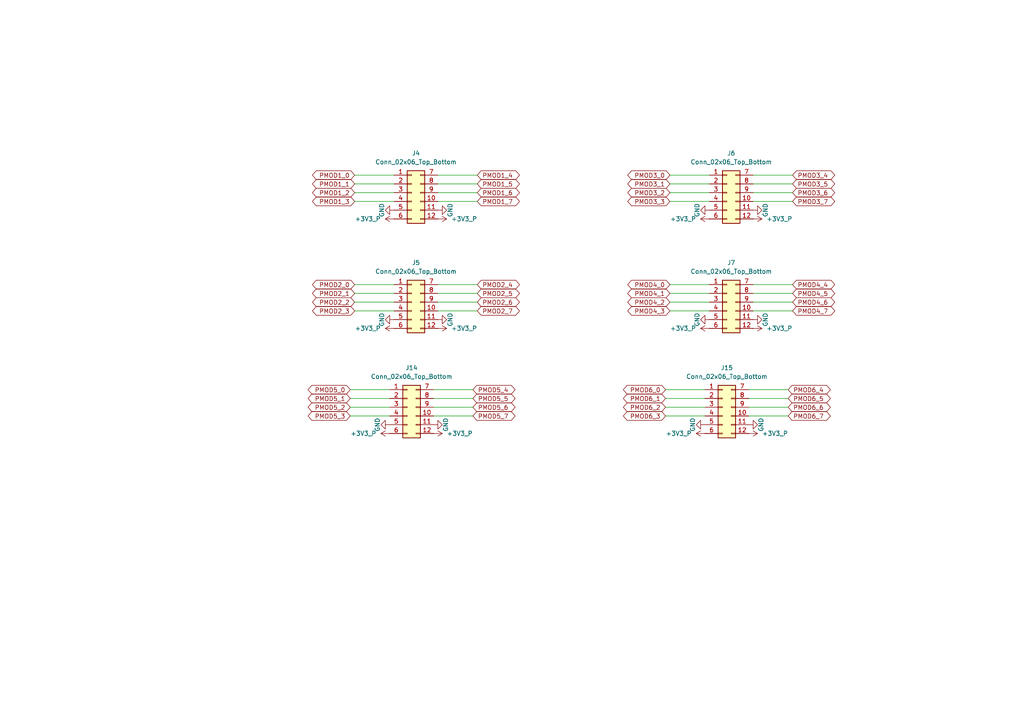
<source format=kicad_sch>
(kicad_sch (version 20250114) (generator "eeschema") (generator_version "9.0")
  (paper "A4")
  (title_block (date "2025-04-18") (rev "${rev}") (company "${name}") (comment 1 "${author}"))
  (lib_symbols
    (symbol "Connector_Generic:Conn_02x06_Top_Bottom" (pin_names (offset 1.016) (hide yes))
      (property "Reference" "J" (at 1.27 7.62 0))
      (property "Value" "Conn_02x06_Top_Bottom" (at 1.27 -10.16 0))
      (symbol "Conn_02x06_Top_Bottom_1_1"
        (rectangle (start -1.27 6.35) (end 3.81 -8.89) (stroke (width 0.254)) (fill (type background)))
        (rectangle (start -1.27 5.207) (end 0 4.953) (stroke (width 0.1524)))
        (rectangle (start -1.27 2.667) (end 0 2.413) (stroke (width 0.1524)))
        (rectangle (start -1.27 0.127) (end 0 -0.127) (stroke (width 0.1524)))
        (rectangle (start -1.27 -2.413) (end 0 -2.667) (stroke (width 0.1524)))
        (rectangle (start -1.27 -4.953) (end 0 -5.207) (stroke (width 0.1524)))
        (rectangle (start -1.27 -7.493) (end 0 -7.747) (stroke (width 0.1524)))
        (rectangle (start 3.81 5.207) (end 2.54 4.953) (stroke (width 0.1524)))
        (rectangle (start 3.81 2.667) (end 2.54 2.413) (stroke (width 0.1524)))
        (rectangle (start 3.81 0.127) (end 2.54 -0.127) (stroke (width 0.1524)))
        (rectangle (start 3.81 -2.413) (end 2.54 -2.667) (stroke (width 0.1524)))
        (rectangle (start 3.81 -4.953) (end 2.54 -5.207) (stroke (width 0.1524)))
        (rectangle (start 3.81 -7.493) (end 2.54 -7.747) (stroke (width 0.1524)))
        (pin passive line (at -5.08 5.08 0) (length 3.81) (name "Pin_1") (number "1"))
        (pin passive line (at -5.08 2.54 0) (length 3.81) (name "Pin_2") (number "2"))
        (pin passive line (at -5.08 0 0) (length 3.81) (name "Pin_3") (number "3"))
        (pin passive line (at -5.08 -2.54 0) (length 3.81) (name "Pin_4") (number "4"))
        (pin passive line (at -5.08 -5.08 0) (length 3.81) (name "Pin_5") (number "5"))
        (pin passive line (at -5.08 -7.62 0) (length 3.81) (name "Pin_6") (number "6"))
        (pin passive line (at 7.62 5.08 180) (length 3.81) (name "Pin_7") (number "7"))
        (pin passive line (at 7.62 2.54 180) (length 3.81) (name "Pin_8") (number "8"))
        (pin passive line (at 7.62 0 180) (length 3.81) (name "Pin_9") (number "9"))
        (pin passive line (at 7.62 -2.54 180) (length 3.81) (name "Pin_10") (number "10"))
        (pin passive line (at 7.62 -5.08 180) (length 3.81) (name "Pin_11") (number "11"))
        (pin passive line (at 7.62 -7.62 180) (length 3.81) (name "Pin_12") (number "12"))
      )
    )
    (symbol "power:+1V0" (power) (pin_numbers (hide yes)) (pin_names (offset 0) (hide yes))
      (property "Value" "+1V0" (at 0 3.556 0))
      (symbol "+1V0_0_1"
        (polyline (pts (xy -0.762 1.27) (xy 0 2.54)))
        (polyline (pts (xy 0 2.54) (xy 0.762 1.27)))
        (polyline (pts (xy 0 0) (xy 0 2.54)))
      )
      (symbol "+1V0_1_1"
        (pin power_in line (at 0 0 90) (length 0) (name "~") (number "1"))
      )
    )
    (symbol "power:GND" (power) (pin_numbers (hide yes)) (pin_names (offset 0) (hide yes))
      (property "Value" "GND" (at 0 -3.81 0))
      (symbol "GND_0_1"
        (polyline (pts (xy 0 0) (xy 0 -1.27) (xy 1.27 -1.27) (xy 0 -2.54) (xy -1.27 -1.27) (xy 0 -1.27)))
      )
      (symbol "GND_1_1"
        (pin power_in line (at 0 0 270) (length 0) (name "~") (number "1"))
      )
    )
  )
  (wire (pts (xy 217.17 118.11) (xy 228.6 118.11)))
  (wire (pts (xy 102.87 53.34) (xy 114.3 53.34)))
  (wire (pts (xy 102.87 82.55) (xy 114.3 82.55)))
  (wire (pts (xy 194.31 90.17) (xy 205.74 90.17)))
  (wire (pts (xy 218.44 85.09) (xy 229.87 85.09)))
  (wire (pts (xy 127 90.17) (xy 138.43 90.17)))
  (wire (pts (xy 101.6 120.65) (xy 113.03 120.65)))
  (wire (pts (xy 127 50.8) (xy 138.43 50.8)))
  (wire (pts (xy 218.44 58.42) (xy 229.87 58.42)))
  (wire (pts (xy 125.73 120.65) (xy 137.16 120.65)))
  (wire (pts (xy 102.87 90.17) (xy 114.3 90.17)))
  (wire (pts (xy 127 58.42) (xy 138.43 58.42)))
  (wire (pts (xy 102.87 85.09) (xy 114.3 85.09)))
  (wire (pts (xy 101.6 113.03) (xy 113.03 113.03)))
  (wire (pts (xy 125.73 113.03) (xy 137.16 113.03)))
  (wire (pts (xy 193.04 118.11) (xy 204.47 118.11)))
  (wire (pts (xy 193.04 115.57) (xy 204.47 115.57)))
  (wire (pts (xy 194.31 50.8) (xy 205.74 50.8)))
  (wire (pts (xy 127 53.34) (xy 138.43 53.34)))
  (wire (pts (xy 217.17 113.03) (xy 228.6 113.03)))
  (wire (pts (xy 127 55.88) (xy 138.43 55.88)))
  (wire (pts (xy 125.73 118.11) (xy 137.16 118.11)))
  (wire (pts (xy 218.44 87.63) (xy 229.87 87.63)))
  (wire (pts (xy 194.31 58.42) (xy 205.74 58.42)))
  (wire (pts (xy 194.31 85.09) (xy 205.74 85.09)))
  (wire (pts (xy 127 87.63) (xy 138.43 87.63)))
  (wire (pts (xy 194.31 82.55) (xy 205.74 82.55)))
  (wire (pts (xy 102.87 50.8) (xy 114.3 50.8)))
  (wire (pts (xy 217.17 120.65) (xy 228.6 120.65)))
  (wire (pts (xy 194.31 87.63) (xy 205.74 87.63)))
  (wire (pts (xy 125.73 115.57) (xy 137.16 115.57)))
  (wire (pts (xy 101.6 115.57) (xy 113.03 115.57)))
  (wire (pts (xy 102.87 87.63) (xy 114.3 87.63)))
  (wire (pts (xy 193.04 120.65) (xy 204.47 120.65)))
  (wire (pts (xy 127 85.09) (xy 138.43 85.09)))
  (wire (pts (xy 218.44 55.88) (xy 229.87 55.88)))
  (wire (pts (xy 194.31 55.88) (xy 205.74 55.88)))
  (wire (pts (xy 193.04 113.03) (xy 204.47 113.03)))
  (wire (pts (xy 218.44 90.17) (xy 229.87 90.17)))
  (wire (pts (xy 102.87 58.42) (xy 114.3 58.42)))
  (wire (pts (xy 218.44 53.34) (xy 229.87 53.34)))
  (wire (pts (xy 218.44 82.55) (xy 229.87 82.55)))
  (wire (pts (xy 101.6 118.11) (xy 113.03 118.11)))
  (wire (pts (xy 127 82.55) (xy 138.43 82.55)))
  (wire (pts (xy 194.31 53.34) (xy 205.74 53.34)))
  (wire (pts (xy 217.17 115.57) (xy 228.6 115.57)))
  (wire (pts (xy 218.44 50.8) (xy 229.87 50.8)))
  (wire (pts (xy 102.87 55.88) (xy 114.3 55.88)))
  (global_label "PMOD2_4" (shape bidirectional) (at 138.43 82.55 0) (property "Intersheetrefs" "${INTERSHEET_REFS}" (effects (hide yes))))
  (global_label "PMOD5_5" (shape bidirectional) (at 137.16 115.57 0) (property "Intersheetrefs" "${INTERSHEET_REFS}" (effects (hide yes))))
  (global_label "PMOD6_3" (shape bidirectional) (at 193.04 120.65 180) (property "Intersheetrefs" "${INTERSHEET_REFS}" (effects (hide yes))))
  (global_label "PMOD4_0" (shape bidirectional) (at 194.31 82.55 180) (property "Intersheetrefs" "${INTERSHEET_REFS}" (effects (hide yes))))
  (global_label "PMOD5_3" (shape bidirectional) (at 101.6 120.65 180) (property "Intersheetrefs" "${INTERSHEET_REFS}" (effects (hide yes))))
  (global_label "PMOD5_0" (shape bidirectional) (at 101.6 113.03 180) (property "Intersheetrefs" "${INTERSHEET_REFS}" (effects (hide yes))))
  (global_label "PMOD6_7" (shape bidirectional) (at 228.6 120.65 0) (property "Intersheetrefs" "${INTERSHEET_REFS}" (effects (hide yes))))
  (global_label "PMOD5_7" (shape bidirectional) (at 137.16 120.65 0) (property "Intersheetrefs" "${INTERSHEET_REFS}" (effects (hide yes))))
  (global_label "PMOD2_0" (shape bidirectional) (at 102.87 82.55 180) (property "Intersheetrefs" "${INTERSHEET_REFS}" (effects (hide yes))))
  (global_label "PMOD1_5" (shape bidirectional) (at 138.43 53.34 0) (property "Intersheetrefs" "${INTERSHEET_REFS}" (effects (hide yes))))
  (global_label "PMOD6_4" (shape bidirectional) (at 228.6 113.03 0) (property "Intersheetrefs" "${INTERSHEET_REFS}" (effects (hide yes))))
  (global_label "PMOD4_5" (shape bidirectional) (at 229.87 85.09 0) (property "Intersheetrefs" "${INTERSHEET_REFS}" (effects (hide yes))))
  (global_label "PMOD1_1" (shape bidirectional) (at 102.87 53.34 180) (property "Intersheetrefs" "${INTERSHEET_REFS}" (effects (hide yes))))
  (global_label "PMOD6_6" (shape bidirectional) (at 228.6 118.11 0) (property "Intersheetrefs" "${INTERSHEET_REFS}" (effects (hide yes))))
  (global_label "PMOD6_2" (shape bidirectional) (at 193.04 118.11 180) (property "Intersheetrefs" "${INTERSHEET_REFS}" (effects (hide yes))))
  (global_label "PMOD2_6" (shape bidirectional) (at 138.43 87.63 0) (property "Intersheetrefs" "${INTERSHEET_REFS}" (effects (hide yes))))
  (global_label "PMOD2_7" (shape bidirectional) (at 138.43 90.17 0) (property "Intersheetrefs" "${INTERSHEET_REFS}" (effects (hide yes))))
  (global_label "PMOD4_6" (shape bidirectional) (at 229.87 87.63 0) (property "Intersheetrefs" "${INTERSHEET_REFS}" (effects (hide yes))))
  (global_label "PMOD1_7" (shape bidirectional) (at 138.43 58.42 0) (property "Intersheetrefs" "${INTERSHEET_REFS}" (effects (hide yes))))
  (global_label "PMOD6_5" (shape bidirectional) (at 228.6 115.57 0) (property "Intersheetrefs" "${INTERSHEET_REFS}" (effects (hide yes))))
  (global_label "PMOD2_3" (shape bidirectional) (at 102.87 90.17 180) (property "Intersheetrefs" "${INTERSHEET_REFS}" (effects (hide yes))))
  (global_label "PMOD3_4" (shape bidirectional) (at 229.87 50.8 0) (property "Intersheetrefs" "${INTERSHEET_REFS}" (effects (hide yes))))
  (global_label "PMOD3_7" (shape bidirectional) (at 229.87 58.42 0) (property "Intersheetrefs" "${INTERSHEET_REFS}" (effects (hide yes))))
  (global_label "PMOD1_3" (shape bidirectional) (at 102.87 58.42 180) (property "Intersheetrefs" "${INTERSHEET_REFS}" (effects (hide yes))))
  (global_label "PMOD3_5" (shape bidirectional) (at 229.87 53.34 0) (property "Intersheetrefs" "${INTERSHEET_REFS}" (effects (hide yes))))
  (global_label "PMOD2_2" (shape bidirectional) (at 102.87 87.63 180) (property "Intersheetrefs" "${INTERSHEET_REFS}" (effects (hide yes))))
  (global_label "PMOD2_5" (shape bidirectional) (at 138.43 85.09 0) (property "Intersheetrefs" "${INTERSHEET_REFS}" (effects (hide yes))))
  (global_label "PMOD1_6" (shape bidirectional) (at 138.43 55.88 0) (property "Intersheetrefs" "${INTERSHEET_REFS}" (effects (hide yes))))
  (global_label "PMOD4_7" (shape bidirectional) (at 229.87 90.17 0) (property "Intersheetrefs" "${INTERSHEET_REFS}" (effects (hide yes))))
  (global_label "PMOD5_4" (shape bidirectional) (at 137.16 113.03 0) (property "Intersheetrefs" "${INTERSHEET_REFS}" (effects (hide yes))))
  (global_label "PMOD5_1" (shape bidirectional) (at 101.6 115.57 180) (property "Intersheetrefs" "${INTERSHEET_REFS}" (effects (hide yes))))
  (global_label "PMOD1_0" (shape bidirectional) (at 102.87 50.8 180) (property "Intersheetrefs" "${INTERSHEET_REFS}" (effects (hide yes))))
  (global_label "PMOD4_4" (shape bidirectional) (at 229.87 82.55 0) (property "Intersheetrefs" "${INTERSHEET_REFS}" (effects (hide yes))))
  (global_label "PMOD1_4" (shape bidirectional) (at 138.43 50.8 0) (property "Intersheetrefs" "${INTERSHEET_REFS}" (effects (hide yes))))
  (global_label "PMOD3_1" (shape bidirectional) (at 194.31 53.34 180) (property "Intersheetrefs" "${INTERSHEET_REFS}" (effects (hide yes))))
  (global_label "PMOD5_6" (shape bidirectional) (at 137.16 118.11 0) (property "Intersheetrefs" "${INTERSHEET_REFS}" (effects (hide yes))))
  (global_label "PMOD4_1" (shape bidirectional) (at 194.31 85.09 180) (property "Intersheetrefs" "${INTERSHEET_REFS}" (effects (hide yes))))
  (global_label "PMOD3_3" (shape bidirectional) (at 194.31 58.42 180) (property "Intersheetrefs" "${INTERSHEET_REFS}" (effects (hide yes))))
  (global_label "PMOD6_1" (shape bidirectional) (at 193.04 115.57 180) (property "Intersheetrefs" "${INTERSHEET_REFS}" (effects (hide yes))))
  (global_label "PMOD6_0" (shape bidirectional) (at 193.04 113.03 180) (property "Intersheetrefs" "${INTERSHEET_REFS}" (effects (hide yes))))
  (global_label "PMOD3_6" (shape bidirectional) (at 229.87 55.88 0) (property "Intersheetrefs" "${INTERSHEET_REFS}" (effects (hide yes))))
  (global_label "PMOD3_2" (shape bidirectional) (at 194.31 55.88 180) (property "Intersheetrefs" "${INTERSHEET_REFS}" (effects (hide yes))))
  (global_label "PMOD3_0" (shape bidirectional) (at 194.31 50.8 180) (property "Intersheetrefs" "${INTERSHEET_REFS}" (effects (hide yes))))
  (global_label "PMOD2_1" (shape bidirectional) (at 102.87 85.09 180) (property "Intersheetrefs" "${INTERSHEET_REFS}" (effects (hide yes))))
  (global_label "PMOD4_2" (shape bidirectional) (at 194.31 87.63 180) (property "Intersheetrefs" "${INTERSHEET_REFS}" (effects (hide yes))))
  (global_label "PMOD4_3" (shape bidirectional) (at 194.31 90.17 180) (property "Intersheetrefs" "${INTERSHEET_REFS}" (effects (hide yes))))
  (global_label "PMOD5_2" (shape bidirectional) (at 101.6 118.11 180) (property "Intersheetrefs" "${INTERSHEET_REFS}" (effects (hide yes))))
  (global_label "PMOD1_2" (shape bidirectional) (at 102.87 55.88 180) (property "Intersheetrefs" "${INTERSHEET_REFS}" (effects (hide yes))))
  (symbol (lib_id "Connector_Generic:Conn_02x06_Top_Bottom") (at 119.38 55.88 0) (unit 1)
    (property "Reference" "J4" (at 120.65 44.45 0))
    (property "Value" "Conn_02x06_Top_Bottom" (at 120.65 46.99 0))
    (property "Footprint" "Miscellaneous THD:PinSocket_2x06_P2.54mm_Horizontal_PMOD" (effects (hide yes)))
    (property "Description" "Generic connector, double row, 02x06, top/bottom pin numbering scheme (row 1: 1...pins_per_row, row2: pins_per_row+1 ... num_pins), script generated (kicad-library-utils/schlib/autogen/connector/)" (effects (hide yes)))
  )
  (symbol (lib_id "power:+1V0") (at 114.3 63.5 90) (unit 1)
    (property "Reference" "#PWR0165" (effects (hide yes)))
    (property "Value" "+3V3_P" (at 106.68 63.5 90))
    (property "Description" "Power symbol creates a global label with name \"+1V0\"" (effects (hide yes)))
  )
  (symbol (lib_id "Connector_Generic:Conn_02x06_Top_Bottom") (at 210.82 55.88 0) (unit 1)
    (property "Reference" "J6" (at 212.09 44.45 0))
    (property "Value" "Conn_02x06_Top_Bottom" (at 212.09 46.99 0))
    (property "Footprint" "Miscellaneous THD:PinSocket_2x06_P2.54mm_Horizontal_PMOD" (effects (hide yes)))
    (property "Description" "Generic connector, double row, 02x06, top/bottom pin numbering scheme (row 1: 1...pins_per_row, row2: pins_per_row+1 ... num_pins), script generated (kicad-library-utils/schlib/autogen/connector/)" (effects (hide yes)))
  )
  (symbol (lib_id "Connector_Generic:Conn_02x06_Top_Bottom") (at 210.82 87.63 0) (unit 1)
    (property "Reference" "J7" (at 212.09 76.2 0))
    (property "Value" "Conn_02x06_Top_Bottom" (at 212.09 78.74 0))
    (property "Footprint" "Miscellaneous THD:PinSocket_2x06_P2.54mm_Horizontal_PMOD" (effects (hide yes)))
    (property "Description" "Generic connector, double row, 02x06, top/bottom pin numbering scheme (row 1: 1...pins_per_row, row2: pins_per_row+1 ... num_pins), script generated (kicad-library-utils/schlib/autogen/connector/)" (effects (hide yes)))
  )
  (symbol (lib_id "power:+1V0") (at 204.47 125.73 90) (unit 1)
    (property "Reference" "#PWR0331" (effects (hide yes)))
    (property "Value" "+3V3_P" (at 196.85 125.73 90))
    (property "Description" "Power symbol creates a global label with name \"+1V0\"" (effects (hide yes)))
  )
  (symbol (lib_id "power:+1V0") (at 114.3 95.25 90) (unit 1)
    (property "Reference" "#PWR0159" (effects (hide yes)))
    (property "Value" "+3V3_P" (at 106.68 95.25 90))
    (property "Description" "Power symbol creates a global label with name \"+1V0\"" (effects (hide yes)))
  )
  (symbol (lib_id "power:+1V0") (at 217.17 125.73 270) (mirror x) (unit 1)
    (property "Reference" "#PWR0333" (effects (hide yes)))
    (property "Value" "+3V3_P" (at 224.79 125.73 90))
    (property "Description" "Power symbol creates a global label with name \"+1V0\"" (effects (hide yes)))
  )
  (symbol (lib_id "power:GND") (at 127 60.96 90) (unit 1)
    (property "Reference" "#PWR0152" (effects (hide yes)))
    (property "Value" "GND" (at 130.556 60.96 0))
    (property "Description" "Power symbol creates a global label with name \"GND\" , ground" (effects (hide yes)))
  )
  (symbol (lib_id "power:GND") (at 218.44 60.96 90) (unit 1)
    (property "Reference" "#PWR0154" (effects (hide yes)))
    (property "Value" "GND" (at 221.996 60.96 0))
    (property "Description" "Power symbol creates a global label with name \"GND\" , ground" (effects (hide yes)))
  )
  (symbol (lib_id "power:+1V0") (at 218.44 95.25 270) (mirror x) (unit 1)
    (property "Reference" "#PWR0162" (effects (hide yes)))
    (property "Value" "+3V3_P" (at 226.06 95.25 90))
    (property "Description" "Power symbol creates a global label with name \"+1V0\"" (effects (hide yes)))
  )
  (symbol (lib_id "power:GND") (at 217.17 123.19 90) (unit 1)
    (property "Reference" "#PWR0332" (effects (hide yes)))
    (property "Value" "GND" (at 220.726 123.19 0))
    (property "Description" "Power symbol creates a global label with name \"GND\" , ground" (effects (hide yes)))
  )
  (symbol (lib_id "power:GND") (at 205.74 92.71 270) (unit 1)
    (property "Reference" "#PWR0157" (effects (hide yes)))
    (property "Value" "GND" (at 202.184 92.71 0))
    (property "Description" "Power symbol creates a global label with name \"GND\" , ground" (effects (hide yes)))
  )
  (symbol (lib_id "Connector_Generic:Conn_02x06_Top_Bottom") (at 118.11 118.11 0) (unit 1)
    (property "Reference" "J14" (at 119.38 106.68 0))
    (property "Value" "Conn_02x06_Top_Bottom" (at 119.38 109.22 0))
    (property "Footprint" "Miscellaneous THD:PinSocket_2x06_P2.54mm_Vertical_PMOD" (effects (hide yes)))
    (property "Description" "Generic connector, double row, 02x06, top/bottom pin numbering scheme (row 1: 1...pins_per_row, row2: pins_per_row+1 ... num_pins), script generated (kicad-library-utils/schlib/autogen/connector/)" (effects (hide yes)))
  )
  (symbol (lib_id "Connector_Generic:Conn_02x06_Top_Bottom") (at 209.55 118.11 0) (unit 1)
    (property "Reference" "J15" (at 210.82 106.68 0))
    (property "Value" "Conn_02x06_Top_Bottom" (at 210.82 109.22 0))
    (property "Footprint" "Miscellaneous THD:PinSocket_2x06_P2.54mm_Vertical_PMOD" (effects (hide yes)))
    (property "Description" "Generic connector, double row, 02x06, top/bottom pin numbering scheme (row 1: 1...pins_per_row, row2: pins_per_row+1 ... num_pins), script generated (kicad-library-utils/schlib/autogen/connector/)" (effects (hide yes)))
  )
  (symbol (lib_id "power:+1V0") (at 205.74 95.25 90) (unit 1)
    (property "Reference" "#PWR0161" (effects (hide yes)))
    (property "Value" "+3V3_P" (at 198.12 95.25 90))
    (property "Description" "Power symbol creates a global label with name \"+1V0\"" (effects (hide yes)))
  )
  (symbol (lib_id "power:GND") (at 127 92.71 90) (unit 1)
    (property "Reference" "#PWR0156" (effects (hide yes)))
    (property "Value" "GND" (at 130.556 92.71 0))
    (property "Description" "Power symbol creates a global label with name \"GND\" , ground" (effects (hide yes)))
  )
  (symbol (lib_id "power:GND") (at 114.3 92.71 270) (unit 1)
    (property "Reference" "#PWR0155" (effects (hide yes)))
    (property "Value" "GND" (at 110.744 92.71 0))
    (property "Description" "Power symbol creates a global label with name \"GND\" , ground" (effects (hide yes)))
  )
  (symbol (lib_id "power:+1V0") (at 218.44 63.5 270) (mirror x) (unit 1)
    (property "Reference" "#PWR0164" (effects (hide yes)))
    (property "Value" "+3V3_P" (at 226.06 63.5 90))
    (property "Description" "Power symbol creates a global label with name \"+1V0\"" (effects (hide yes)))
  )
  (symbol (lib_id "power:GND") (at 125.73 123.19 90) (unit 1)
    (property "Reference" "#PWR0328" (effects (hide yes)))
    (property "Value" "GND" (at 129.286 123.19 0))
    (property "Description" "Power symbol creates a global label with name \"GND\" , ground" (effects (hide yes)))
  )
  (symbol (lib_id "power:GND") (at 218.44 92.71 90) (unit 1)
    (property "Reference" "#PWR0158" (effects (hide yes)))
    (property "Value" "GND" (at 221.996 92.71 0))
    (property "Description" "Power symbol creates a global label with name \"GND\" , ground" (effects (hide yes)))
  )
  (symbol (lib_id "Connector_Generic:Conn_02x06_Top_Bottom") (at 119.38 87.63 0) (unit 1)
    (property "Reference" "J5" (at 120.65 76.2 0))
    (property "Value" "Conn_02x06_Top_Bottom" (at 120.65 78.74 0))
    (property "Footprint" "Miscellaneous THD:PinSocket_2x06_P2.54mm_Horizontal_PMOD" (effects (hide yes)))
    (property "Description" "Generic connector, double row, 02x06, top/bottom pin numbering scheme (row 1: 1...pins_per_row, row2: pins_per_row+1 ... num_pins), script generated (kicad-library-utils/schlib/autogen/connector/)" (effects (hide yes)))
  )
  (symbol (lib_id "power:+1V0") (at 113.03 125.73 90) (unit 1)
    (property "Reference" "#PWR0327" (effects (hide yes)))
    (property "Value" "+3V3_P" (at 105.41 125.73 90))
    (property "Description" "Power symbol creates a global label with name \"+1V0\"" (effects (hide yes)))
  )
  (symbol (lib_id "power:+1V0") (at 127 63.5 270) (mirror x) (unit 1)
    (property "Reference" "#PWR0166" (effects (hide yes)))
    (property "Value" "+3V3_P" (at 134.62 63.5 90))
    (property "Description" "Power symbol creates a global label with name \"+1V0\"" (effects (hide yes)))
  )
  (symbol (lib_id "power:+1V0") (at 125.73 125.73 270) (mirror x) (unit 1)
    (property "Reference" "#PWR0329" (effects (hide yes)))
    (property "Value" "+3V3_P" (at 133.35 125.73 90))
    (property "Description" "Power symbol creates a global label with name \"+1V0\"" (effects (hide yes)))
  )
  (symbol (lib_id "power:GND") (at 114.3 60.96 270) (unit 1)
    (property "Reference" "#PWR0151" (effects (hide yes)))
    (property "Value" "GND" (at 110.744 60.96 0))
    (property "Description" "Power symbol creates a global label with name \"GND\" , ground" (effects (hide yes)))
  )
  (symbol (lib_id "power:GND") (at 113.03 123.19 270) (unit 1)
    (property "Reference" "#PWR0326" (effects (hide yes)))
    (property "Value" "GND" (at 109.474 123.19 0))
    (property "Description" "Power symbol creates a global label with name \"GND\" , ground" (effects (hide yes)))
  )
  (symbol (lib_id "power:GND") (at 204.47 123.19 270) (unit 1)
    (property "Reference" "#PWR0330" (effects (hide yes)))
    (property "Value" "GND" (at 200.914 123.19 0))
    (property "Description" "Power symbol creates a global label with name \"GND\" , ground" (effects (hide yes)))
  )
  (symbol (lib_id "power:+1V0") (at 127 95.25 270) (mirror x) (unit 1)
    (property "Reference" "#PWR0160" (effects (hide yes)))
    (property "Value" "+3V3_P" (at 134.62 95.25 90))
    (property "Description" "Power symbol creates a global label with name \"+1V0\"" (effects (hide yes)))
  )
  (symbol (lib_id "power:+1V0") (at 205.74 63.5 90) (unit 1)
    (property "Reference" "#PWR0163" (effects (hide yes)))
    (property "Value" "+3V3_P" (at 198.12 63.5 90))
    (property "Description" "Power symbol creates a global label with name \"+1V0\"" (effects (hide yes)))
  )
  (symbol (lib_id "power:GND") (at 205.74 60.96 270) (unit 1)
    (property "Reference" "#PWR0153" (effects (hide yes)))
    (property "Value" "GND" (at 202.184 60.96 0))
    (property "Description" "Power symbol creates a global label with name \"GND\" , ground" (effects (hide yes)))
  )
)
</source>
